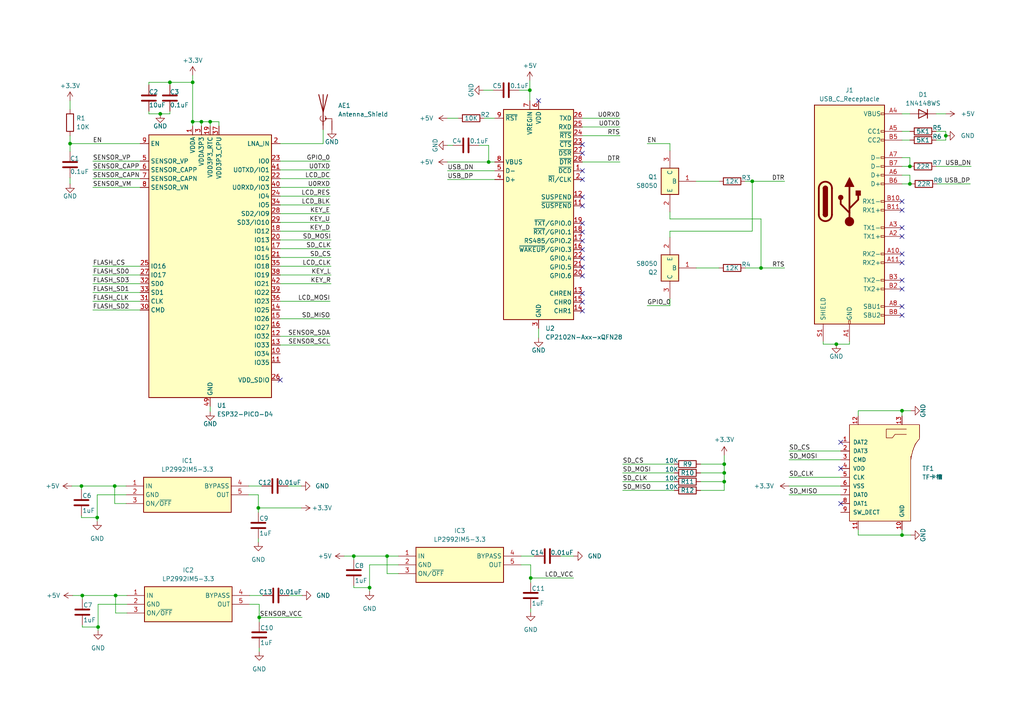
<source format=kicad_sch>
(kicad_sch (version 20230121) (generator eeschema)
  (paper "A4")
  (lib_symbols
    (symbol "Connector:USB_C_Receptacle" (pin_names (offset 1.016))
      (property "Reference" "J" (at -10.16 29.21 0))
      (property "Value" "USB_C_Receptacle" (at 10.16 29.21 0))
      (symbol "USB_C_Receptacle_0_0"
        (rectangle (start -0.254 -35.56) (end 0.254 -34.544))
        (rectangle (start 10.16 -32.766) (end 9.144 -33.274))
        (rectangle (start 10.16 -30.226) (end 9.144 -30.734))
        (rectangle (start 10.16 -25.146) (end 9.144 -25.654))
        (rectangle (start 10.16 -22.606) (end 9.144 -23.114))
        (rectangle (start 10.16 -17.526) (end 9.144 -18.034))
        (rectangle (start 10.16 -14.986) (end 9.144 -15.494))
        (rectangle (start 10.16 -9.906) (end 9.144 -10.414))
        (rectangle (start 10.16 -7.366) (end 9.144 -7.874))
        (rectangle (start 10.16 -2.286) (end 9.144 -2.794))
        (rectangle (start 10.16 0.254) (end 9.144 -0.254))
        (rectangle (start 10.16 5.334) (end 9.144 4.826))
        (rectangle (start 10.16 7.874) (end 9.144 7.366))
        (rectangle (start 10.16 10.414) (end 9.144 9.906))
        (rectangle (start 10.16 12.954) (end 9.144 12.446))
        (rectangle (start 10.16 18.034) (end 9.144 17.526))
        (rectangle (start 10.16 20.574) (end 9.144 20.066))
        (rectangle (start 10.16 25.654) (end 9.144 25.146))
      )
      (symbol "USB_C_Receptacle_0_1"
        (rectangle (start -10.16 27.94) (end 10.16 -35.56) (stroke (width 0.254)) (fill (type background)))
        (arc (start -8.89 -3.81) (mid -6.985 -5.7067) (end -5.08 -3.81) (stroke (width 0.508)))
        (arc (start -7.62 -3.81) (mid -6.985 -4.4423) (end -6.35 -3.81) (stroke (width 0.254)))
        (arc (start -7.62 -3.81) (mid -6.985 -4.4423) (end -6.35 -3.81) (stroke (width 0.254)) (fill (type outline)))
        (rectangle (start -7.62 -3.81) (end -6.35 3.81) (stroke (width 0.254)) (fill (type outline)))
        (arc (start -6.35 3.81) (mid -6.985 4.4423) (end -7.62 3.81) (stroke (width 0.254)))
        (arc (start -6.35 3.81) (mid -6.985 4.4423) (end -7.62 3.81) (stroke (width 0.254)) (fill (type outline)))
        (arc (start -5.08 3.81) (mid -6.985 5.7067) (end -8.89 3.81) (stroke (width 0.508)))
        (polyline (pts (xy -8.89 -3.81) (xy -8.89 3.81)) (stroke (width 0.508)))
        (polyline (pts (xy -5.08 3.81) (xy -5.08 -3.81)) (stroke (width 0.508)))
      )
      (symbol "USB_C_Receptacle_1_1"
        (circle (center -2.54 1.143) (radius 0.635) (stroke (width 0.254)) (fill (type outline)))
        (circle (center 0 -5.842) (radius 1.27) (fill (type outline)))
        (polyline (pts (xy 0 -5.842) (xy 0 4.318)) (stroke (width 0.508)))
        (polyline (pts (xy 0 -3.302) (xy -2.54 -0.762) (xy -2.54 0.508)) (stroke (width 0.508)))
        (polyline (pts (xy 0 -2.032) (xy 2.54 0.508) (xy 2.54 1.778)) (stroke (width 0.508)))
        (polyline (pts (xy -1.27 4.318) (xy 0 6.858) (xy 1.27 4.318) (xy -1.27 4.318)) (stroke (width 0.254)) (fill (type outline)))
        (rectangle (start 1.905 1.778) (end 3.175 3.048) (stroke (width 0.254)) (fill (type outline)))
        (pin passive line (at 0 -40.64 90) (length 5.08) (name "GND") (number "A1"))
        (pin bidirectional line (at 15.24 -15.24 180) (length 5.08) (name "RX2-") (number "A10"))
        (pin bidirectional line (at 15.24 -17.78 180) (length 5.08) (name "RX2+") (number "A11"))
        (pin passive line (at 0 -40.64 90) (length 5.08) hide (name "GND") (number "A12"))
        (pin bidirectional line (at 15.24 -10.16 180) (length 5.08) (name "TX1+") (number "A2"))
        (pin bidirectional line (at 15.24 -7.62 180) (length 5.08) (name "TX1-") (number "A3"))
        (pin passive line (at 15.24 25.4 180) (length 5.08) (name "VBUS") (number "A4"))
        (pin bidirectional line (at 15.24 20.32 180) (length 5.08) (name "CC1") (number "A5"))
        (pin bidirectional line (at 15.24 7.62 180) (length 5.08) (name "D+") (number "A6"))
        (pin bidirectional line (at 15.24 12.7 180) (length 5.08) (name "D-") (number "A7"))
        (pin bidirectional line (at 15.24 -30.48 180) (length 5.08) (name "SBU1") (number "A8"))
        (pin passive line (at 15.24 25.4 180) (length 5.08) hide (name "VBUS") (number "A9"))
        (pin passive line (at 0 -40.64 90) (length 5.08) hide (name "GND") (number "B1"))
        (pin bidirectional line (at 15.24 0 180) (length 5.08) (name "RX1-") (number "B10"))
        (pin bidirectional line (at 15.24 -2.54 180) (length 5.08) (name "RX1+") (number "B11"))
        (pin passive line (at 0 -40.64 90) (length 5.08) hide (name "GND") (number "B12"))
        (pin bidirectional line (at 15.24 -25.4 180) (length 5.08) (name "TX2+") (number "B2"))
        (pin bidirectional line (at 15.24 -22.86 180) (length 5.08) (name "TX2-") (number "B3"))
        (pin passive line (at 15.24 25.4 180) (length 5.08) hide (name "VBUS") (number "B4"))
        (pin bidirectional line (at 15.24 17.78 180) (length 5.08) (name "CC2") (number "B5"))
        (pin bidirectional line (at 15.24 5.08 180) (length 5.08) (name "D+") (number "B6"))
        (pin bidirectional line (at 15.24 10.16 180) (length 5.08) (name "D-") (number "B7"))
        (pin bidirectional line (at 15.24 -33.02 180) (length 5.08) (name "SBU2") (number "B8"))
        (pin passive line (at 15.24 25.4 180) (length 5.08) hide (name "VBUS") (number "B9"))
        (pin passive line (at -7.62 -40.64 90) (length 5.08) (name "SHIELD") (number "S1"))
      )
    )
    (symbol "Device:Antenna_Shield" (pin_numbers hide) (pin_names (offset 1.016) hide)
      (property "Reference" "AE" (at -1.905 4.445 0))
      (property "Value" "Antenna_Shield" (at -1.905 2.54 0))
      (symbol "Antenna_Shield_0_1"
        (arc (start -0.508 -1.143) (mid -0.8429 -2.1194) (end 0 -2.667))
        (arc (start 0 -2.667) (mid 0.7989 -2.1052) (end 0.508 -1.143))
        (polyline (pts (xy 0 -2.54) (xy 0 0)))
        (polyline (pts (xy 0 5.08) (xy 0 -3.81)) (stroke (width 0.254)))
        (polyline (pts (xy 0.762 -1.905) (xy 2.54 -1.905)))
        (polyline (pts (xy 2.54 -2.54) (xy 2.54 -1.905)))
        (polyline (pts (xy 1.27 5.08) (xy 0 0) (xy -1.27 5.08)) (stroke (width 0.254)))
        (circle (center 0.762 -1.905) (radius 0.1778) (fill (type outline)))
      )
      (symbol "Antenna_Shield_1_1"
        (pin input line (at 0 -5.08 90) (length 2.54) (name "A") (number "1"))
        (pin input line (at 2.54 -5.08 90) (length 2.54) (name "Shield") (number "2"))
      )
    )
    (symbol "Device:C" (pin_numbers hide) (pin_names (offset 0.254))
      (property "Reference" "C" (at 0.635 2.54 0))
      (property "Value" "C" (at 0.635 -2.54 0))
      (symbol "C_0_1"
        (polyline (pts (xy -2.032 -0.762) (xy 2.032 -0.762)) (stroke (width 0.508)))
        (polyline (pts (xy -2.032 0.762) (xy 2.032 0.762)) (stroke (width 0.508)))
      )
      (symbol "C_1_1"
        (pin passive line (at 0 3.81 270) (length 2.794) (name "~") (number "1"))
        (pin passive line (at 0 -3.81 90) (length 2.794) (name "~") (number "2"))
      )
    )
    (symbol "Device:R" (pin_numbers hide) (pin_names (offset 0))
      (property "Reference" "R" (at 2.032 0 90))
      (property "Value" "R" (at 0 0 90))
      (symbol "R_0_1"
        (rectangle (start -1.016 -2.54) (end 1.016 2.54) (stroke (width 0.254)))
      )
      (symbol "R_1_1"
        (pin passive line (at 0 3.81 270) (length 1.27) (name "~") (number "1"))
        (pin passive line (at 0 -3.81 90) (length 1.27) (name "~") (number "2"))
      )
    )
    (symbol "Diode:1N4148WS" (pin_numbers hide) (pin_names hide)
      (property "Reference" "D" (at 0 2.54 0))
      (property "Value" "1N4148WS" (at 0 -2.54 0))
      (symbol "1N4148WS_0_1"
        (polyline (pts (xy -1.27 1.27) (xy -1.27 -1.27)) (stroke (width 0.254)))
        (polyline (pts (xy 1.27 0) (xy -1.27 0)))
        (polyline (pts (xy 1.27 1.27) (xy 1.27 -1.27) (xy -1.27 0) (xy 1.27 1.27)) (stroke (width 0.254)))
      )
      (symbol "1N4148WS_1_1"
        (pin passive line (at -3.81 0 0) (length 2.54) (name "K") (number "1"))
        (pin passive line (at 3.81 0 180) (length 2.54) (name "A") (number "2"))
      )
    )
    (symbol "Interface_USB:CP2102N-Axx-xQFN28"
      (property "Reference" "U" (at -8.89 31.75 0))
      (property "Value" "CP2102N-Axx-xQFN28" (at 12.7 31.75 0))
      (symbol "CP2102N-Axx-xQFN28_0_1"
        (rectangle (start -10.16 30.48) (end 10.16 -30.48) (stroke (width 0.254)) (fill (type background)))
      )
      (symbol "CP2102N-Axx-xQFN28_1_1"
        (pin input line (at 12.7 12.7 180) (length 2.54) (name "~{DCD}") (number "1"))
        (pin no_connect line (at -10.16 -27.94 0) (length 2.54) hide (name "NC") (number "10"))
        (pin output line (at 12.7 2.54 180) (length 2.54) (name "~{SUSPEND}") (number "11"))
        (pin output line (at 12.7 5.08 180) (length 2.54) (name "SUSPEND") (number "12"))
        (pin output line (at 12.7 -22.86 180) (length 2.54) (name "CHREN") (number "13"))
        (pin output line (at 12.7 -27.94 180) (length 2.54) (name "CHR1") (number "14"))
        (pin output line (at 12.7 -25.4 180) (length 2.54) (name "CHR0") (number "15"))
        (pin bidirectional line (at 12.7 -10.16 180) (length 2.54) (name "~{WAKEUP}/GPIO.3") (number "16"))
        (pin bidirectional line (at 12.7 -7.62 180) (length 2.54) (name "RS485/GPIO.2") (number "17"))
        (pin bidirectional line (at 12.7 -5.08 180) (length 2.54) (name "~{RXT}/GPIO.1") (number "18"))
        (pin bidirectional line (at 12.7 -2.54 180) (length 2.54) (name "~{TXT}/GPIO.0") (number "19"))
        (pin bidirectional line (at 12.7 10.16 180) (length 2.54) (name "~{RI}/CLK") (number "2"))
        (pin bidirectional line (at 12.7 -17.78 180) (length 2.54) (name "GPIO.6") (number "20"))
        (pin bidirectional line (at 12.7 -15.24 180) (length 2.54) (name "GPIO.5") (number "21"))
        (pin bidirectional line (at 12.7 -12.7 180) (length 2.54) (name "GPIO.4") (number "22"))
        (pin input line (at 12.7 20.32 180) (length 2.54) (name "~{CTS}") (number "23"))
        (pin output line (at 12.7 22.86 180) (length 2.54) (name "~{RTS}") (number "24"))
        (pin input line (at 12.7 25.4 180) (length 2.54) (name "RXD") (number "25"))
        (pin output line (at 12.7 27.94 180) (length 2.54) (name "TXD") (number "26"))
        (pin input line (at 12.7 17.78 180) (length 2.54) (name "~{DSR}") (number "27"))
        (pin output line (at 12.7 15.24 180) (length 2.54) (name "~{DTR}") (number "28"))
        (pin passive line (at 0 -33.02 90) (length 2.54) hide (name "GND") (number "29"))
        (pin power_in line (at 0 -33.02 90) (length 2.54) (name "GND") (number "3"))
        (pin bidirectional line (at -12.7 10.16 0) (length 2.54) (name "D+") (number "4"))
        (pin bidirectional line (at -12.7 12.7 0) (length 2.54) (name "D-") (number "5"))
        (pin power_in line (at 0 33.02 270) (length 2.54) (name "VDD") (number "6"))
        (pin power_in line (at -2.54 33.02 270) (length 2.54) (name "VREGIN") (number "7"))
        (pin input line (at -12.7 15.24 0) (length 2.54) (name "VBUS") (number "8"))
        (pin input line (at -12.7 27.94 0) (length 2.54) (name "~{RST}") (number "9"))
      )
    )
    (symbol "RF_Module:ESP32-PICO-D4"
      (property "Reference" "U" (at -17.78 39.37 0))
      (property "Value" "ESP32-PICO-D4" (at 3.81 39.37 0))
      (symbol "ESP32-PICO-D4_0_0"
        (pin power_in line (at -5.08 40.64 270) (length 2.54) (name "VDDA") (number "1"))
        (pin input line (at 20.32 -25.4 180) (length 2.54) (name "IO34") (number "10"))
        (pin input line (at 20.32 -27.94 180) (length 2.54) (name "IO35") (number "11"))
        (pin bidirectional line (at 20.32 -20.32 180) (length 2.54) (name "IO32") (number "12"))
        (pin bidirectional line (at 20.32 -22.86 180) (length 2.54) (name "IO33") (number "13"))
        (pin bidirectional line (at 20.32 -12.7 180) (length 2.54) (name "IO25") (number "14"))
        (pin bidirectional line (at 20.32 -15.24 180) (length 2.54) (name "IO26") (number "15"))
        (pin bidirectional line (at 20.32 -17.78 180) (length 2.54) (name "IO27") (number "16"))
        (pin bidirectional line (at 20.32 5.08 180) (length 2.54) (name "IO14") (number "17"))
        (pin bidirectional line (at 20.32 10.16 180) (length 2.54) (name "IO12") (number "18"))
        (pin power_in line (at 0 40.64 270) (length 2.54) (name "VDD3P3_RTC") (number "19"))
        (pin bidirectional line (at 20.32 35.56 180) (length 2.54) (name "LNA_IN") (number "2"))
        (pin bidirectional line (at 20.32 7.62 180) (length 2.54) (name "IO13") (number "20"))
        (pin bidirectional line (at 20.32 2.54 180) (length 2.54) (name "IO15") (number "21"))
        (pin bidirectional line (at 20.32 25.4 180) (length 2.54) (name "IO2") (number "22"))
        (pin bidirectional line (at 20.32 30.48 180) (length 2.54) (name "IO0") (number "23"))
        (pin bidirectional line (at 20.32 20.32 180) (length 2.54) (name "IO4") (number "24"))
        (pin bidirectional line (at -20.32 0 0) (length 2.54) (name "IO16") (number "25"))
        (pin power_out line (at 20.32 -33.02 180) (length 2.54) (name "VDD_SDIO") (number "26"))
        (pin bidirectional line (at -20.32 -2.54 0) (length 2.54) (name "IO17") (number "27"))
        (pin bidirectional line (at 20.32 15.24 180) (length 2.54) (name "SD2/IO9") (number "28"))
        (pin bidirectional line (at 20.32 12.7 180) (length 2.54) (name "SD3/IO10") (number "29"))
        (pin power_in line (at -2.54 40.64 270) (length 2.54) (name "VDDA3P3") (number "3"))
        (pin bidirectional line (at -20.32 -12.7 0) (length 2.54) (name "CMD") (number "30"))
        (pin bidirectional line (at -20.32 -10.16 0) (length 2.54) (name "CLK") (number "31"))
        (pin bidirectional line (at -20.32 -5.08 0) (length 2.54) (name "SD0") (number "32"))
        (pin bidirectional line (at -20.32 -7.62 0) (length 2.54) (name "SD1") (number "33"))
        (pin bidirectional line (at 20.32 17.78 180) (length 2.54) (name "IO5") (number "34"))
        (pin bidirectional line (at 20.32 0 180) (length 2.54) (name "IO18") (number "35"))
        (pin bidirectional line (at 20.32 -10.16 180) (length 2.54) (name "IO23") (number "36"))
        (pin power_in line (at 2.54 40.64 270) (length 2.54) (name "VDD3P3_CPU") (number "37"))
        (pin bidirectional line (at 20.32 -2.54 180) (length 2.54) (name "IO19") (number "38"))
        (pin bidirectional line (at 20.32 -7.62 180) (length 2.54) (name "IO22") (number "39"))
        (pin passive line (at -2.54 40.64 270) (length 2.54) hide (name "VDDA3P3") (number "4"))
        (pin bidirectional line (at 20.32 22.86 180) (length 2.54) (name "U0RXD/IO3") (number "40"))
        (pin bidirectional line (at 20.32 27.94 180) (length 2.54) (name "U0TXD/IO1") (number "41"))
        (pin bidirectional line (at 20.32 -5.08 180) (length 2.54) (name "IO21") (number "42"))
        (pin passive line (at -5.08 40.64 270) (length 2.54) hide (name "VDDA") (number "43"))
        (pin no_connect line (at -17.78 -25.4 0) (length 2.54) hide (name "XTAL_N_NC") (number "44"))
        (pin no_connect line (at -17.78 -27.94 0) (length 2.54) hide (name "XTAL_P_NC") (number "45"))
        (pin passive line (at -5.08 40.64 270) (length 2.54) hide (name "VDDA") (number "46"))
        (pin no_connect line (at -17.78 -30.48 0) (length 2.54) hide (name "CAP2_NC") (number "47"))
        (pin no_connect line (at -17.78 -33.02 0) (length 2.54) hide (name "CAP1_NC") (number "48"))
        (pin power_in line (at 0 -40.64 90) (length 2.54) (name "GND") (number "49"))
        (pin input line (at -20.32 30.48 0) (length 2.54) (name "SENSOR_VP") (number "5"))
        (pin input line (at -20.32 27.94 0) (length 2.54) (name "SENSOR_CAPP") (number "6"))
        (pin input line (at -20.32 25.4 0) (length 2.54) (name "SENSOR_CAPN") (number "7"))
        (pin input line (at -20.32 22.86 0) (length 2.54) (name "SENSOR_VN") (number "8"))
        (pin input line (at -20.32 35.56 0) (length 2.54) (name "EN") (number "9"))
      )
      (symbol "ESP32-PICO-D4_0_1"
        (rectangle (start -17.78 38.1) (end 17.78 -38.1) (stroke (width 0.254)) (fill (type background)))
      )
    )
    (symbol "SamacSys_Parts:LP2992IM5-3.3"
      (property "Reference" "IC" (at 31.75 7.62 0))
      (property "Value" "LP2992IM5-3.3" (at 31.75 5.08 0))
      (symbol "LP2992IM5-3.3_1_1"
        (rectangle (start 5.08 2.54) (end 30.48 -7.62) (stroke (width 0.254)) (fill (type background)))
        (pin passive line (at 0 0 0) (length 5.08) (name "IN") (number "1"))
        (pin passive line (at 0 -2.54 0) (length 5.08) (name "GND") (number "2"))
        (pin passive line (at 0 -5.08 0) (length 5.08) (name "ON/~{OFF}") (number "3"))
        (pin passive line (at 35.56 0 180) (length 5.08) (name "BYPASS") (number "4"))
        (pin passive line (at 35.56 -2.54 180) (length 5.08) (name "OUT") (number "5"))
      )
    )
    (symbol "SamacSys_Parts:S8050"
      (property "Reference" "Q" (at 16.51 7.62 0))
      (property "Value" "S8050" (at 16.51 5.08 0))
      (symbol "S8050_1_1"
        (rectangle (start 5.08 1.27) (end 12.7 -3.81) (stroke (width 0.254)) (fill (type background)))
        (pin passive line (at 8.89 -8.89 90) (length 5.08) (name "B") (number "1"))
        (pin passive line (at 0 -1.27 0) (length 5.08) (name "E") (number "2"))
        (pin passive line (at 17.78 -1.27 180) (length 5.08) (name "C") (number "3"))
      )
    )
    (symbol "kicad_lceda:TF卡槽" (pin_names (offset 1.016))
      (property "Reference" "TF" (at 0 13.97 0))
      (property "Value" "TF卡槽" (at 0 19.05 0))
      (symbol "TF卡槽_1_1"
        (bezier (pts (xy -9.906 11.43) (xy -7.366 8.89) (xy -2.286 8.89) (xy -4.826 8.89)) (stroke (width 0.1524)))
        (polyline (pts (xy -12.7 7.62) (xy -12.7 1.778) (xy -12.7 1.778) (xy -10.16 1.778) (xy -10.16 1.778) (xy -10.16 3.556) (xy -10.16 3.556) (xy -11.176 4.318) (xy -11.176 4.318) (xy -11.176 7.62)) (stroke (width 0.1524)))
        (polyline (pts (xy -10.16 11.43) (xy -13.97 11.43) (xy -13.97 11.43) (xy -13.97 -8.89) (xy -13.97 -8.89) (xy 13.97 -8.89) (xy 13.97 -8.89) (xy 13.97 8.89) (xy 13.97 8.89) (xy -4.064 8.89)) (stroke (width 0.1524)))
        (polyline (pts (xy -11.43 -8.89) (xy 13.97 -8.89) (xy 13.97 -8.89) (xy 13.97 8.89) (xy 13.97 8.89) (xy -3.556 8.89) (xy -3.556 8.89) (xy -6.35 9.398) (xy -6.35 9.398) (xy -8.382 10.16) (xy -8.382 10.16) (xy -9.906 11.43) (xy -9.906 11.43) (xy -13.97 11.43) (xy -13.97 11.43) (xy -13.97 -8.89) (xy -11.43 -8.89)) (stroke (width 0.0762)) (fill (type background)))
        (pin input line (at -8.89 -11.43 90) (length 2.54) (name "DAT2") (number "1"))
        (pin input line (at 16.51 6.35 180) (length 2.54) (name "GND") (number "10"))
        (pin input line (at 16.51 -6.35 180) (length 2.54) (name "~") (number "11"))
        (pin input line (at -16.51 -6.35 0) (length 2.54) (name "~") (number "12"))
        (pin input line (at -16.51 6.35 0) (length 2.54) (name "~") (number "13"))
        (pin input line (at -6.35 -11.43 90) (length 2.54) (name "DAT3") (number "2"))
        (pin input line (at -3.81 -11.43 90) (length 2.54) (name "CMD") (number "3"))
        (pin input line (at -1.27 -11.43 90) (length 2.54) (name "VDD") (number "4"))
        (pin input line (at 1.27 -11.43 90) (length 2.54) (name "CLK") (number "5"))
        (pin input line (at 3.81 -11.43 90) (length 2.54) (name "VSS") (number "6"))
        (pin input line (at 6.35 -11.43 90) (length 2.54) (name "DAT0") (number "7"))
        (pin input line (at 8.89 -11.43 90) (length 2.54) (name "DAT1") (number "8"))
        (pin input line (at 11.43 -11.43 90) (length 2.54) (name "SW_DECT") (number "9"))
      )
    )
    (symbol "power:+3.3V" (power) (pin_names (offset 0))
      (property "Value" "+3.3V" (at 0 3.556 0))
      (symbol "+3.3V_0_1"
        (polyline (pts (xy -0.762 1.27) (xy 0 2.54)))
        (polyline (pts (xy 0 0) (xy 0 2.54)))
        (polyline (pts (xy 0 2.54) (xy 0.762 1.27)))
      )
      (symbol "+3.3V_1_1"
        (pin power_in line (at 0 0 90) (length 0) hide (name "+3.3V") (number "1"))
      )
    )
    (symbol "power:+5V" (power) (pin_names (offset 0))
      (property "Value" "+5V" (at 0 3.556 0))
      (symbol "+5V_0_1"
        (polyline (pts (xy -0.762 1.27) (xy 0 2.54)))
        (polyline (pts (xy 0 0) (xy 0 2.54)))
        (polyline (pts (xy 0 2.54) (xy 0.762 1.27)))
      )
      (symbol "+5V_1_1"
        (pin power_in line (at 0 0 90) (length 0) hide (name "+5V") (number "1"))
      )
    )
    (symbol "power:GND" (power) (pin_names (offset 0))
      (property "Value" "GND" (at 0 -3.81 0))
      (symbol "GND_0_1"
        (polyline (pts (xy 0 0) (xy 0 -1.27) (xy 1.27 -1.27) (xy 0 -2.54) (xy -1.27 -1.27) (xy 0 -1.27)))
      )
      (symbol "GND_1_1"
        (pin power_in line (at 0 0 270) (length 0) hide (name "GND") (number "1"))
      )
    )
  )
  (junction (at 46.482 33.02))
  (junction (at 263.906 53.34))
  (junction (at 263.906 48.26))
  (junction (at 23.622 140.97))
  (junction (at 261.62 119.126))
  (junction (at 33.274 140.97))
  (junction (at 75.184 179.07))
  (junction (at 210.058 134.62))
  (junction (at 141.732 46.99))
  (junction (at 112.268 161.29))
  (junction (at 218.186 52.578))
  (junction (at 28.448 181.864))
  (junction (at 210.058 139.7))
  (junction (at 60.96 35.306))
  (junction (at 274.32 39.37))
  (junction (at 33.528 172.72))
  (junction (at 102.616 161.29))
  (junction (at 74.93 147.32))
  (junction (at 153.924 167.64))
  (junction (at 153.67 26.162))
  (junction (at 23.876 172.72))
  (junction (at 58.42 35.306))
  (junction (at 107.188 170.434))
  (junction (at 210.058 137.16))
  (junction (at 220.726 77.724))
  (junction (at 261.62 155.194))
  (junction (at 55.88 23.876))
  (junction (at 55.88 35.306))
  (junction (at 28.194 150.114))
  (junction (at 242.57 99.822))
  (junction (at 20.32 41.656))
  (junction (at 49.276 23.876))
  (no_connect (at 168.91 90.17))
  (no_connect (at 261.62 58.42))
  (no_connect (at 168.91 52.07))
  (no_connect (at 168.91 69.85))
  (no_connect (at 168.91 41.91))
  (no_connect (at 261.62 60.96))
  (no_connect (at 261.62 81.28))
  (no_connect (at 168.91 80.01))
  (no_connect (at 168.91 59.69))
  (no_connect (at 261.62 83.82))
  (no_connect (at 261.62 91.44))
  (no_connect (at 261.62 68.58))
  (no_connect (at 168.91 64.77))
  (no_connect (at 168.91 77.47))
  (no_connect (at 168.91 74.93))
  (no_connect (at 168.91 72.39))
  (no_connect (at 168.91 57.15))
  (no_connect (at 261.62 88.9))
  (no_connect (at 168.91 85.09))
  (no_connect (at 261.62 73.66))
  (no_connect (at 261.62 76.2))
  (no_connect (at 168.91 67.31))
  (no_connect (at 261.62 66.04))
  (no_connect (at 243.84 146.05))
  (no_connect (at 81.28 110.236))
  (no_connect (at 168.91 87.63))
  (no_connect (at 168.91 44.45))
  (no_connect (at 243.84 135.89))
  (no_connect (at 168.91 49.53))
  (no_connect (at 156.21 29.21))
  (no_connect (at 243.84 128.27))
  (wire (pts (xy 87.63 172.72) (xy 83.82 172.72)))
  (wire (pts (xy 220.726 63.5) (xy 220.726 77.724)))
  (wire (pts (xy 36.576 146.05) (xy 33.274 146.05)))
  (wire (pts (xy 107.188 170.434) (xy 107.188 171.45)))
  (wire (pts (xy 261.62 45.72) (xy 263.906 45.72)))
  (wire (pts (xy 43.18 33.02) (xy 46.482 33.02)))
  (wire (pts (xy 81.28 74.676) (xy 96.012 74.676)))
  (wire (pts (xy 153.67 26.162) (xy 153.67 29.21)))
  (wire (pts (xy 26.924 77.216) (xy 40.64 77.216)))
  (wire (pts (xy 194.31 63.5) (xy 220.726 63.5)))
  (wire (pts (xy 261.62 155.194) (xy 261.62 153.67)))
  (wire (pts (xy 33.528 172.72) (xy 36.83 172.72)))
  (wire (pts (xy 23.876 172.72) (xy 33.528 172.72)))
  (wire (pts (xy 49.276 33.02) (xy 46.482 33.02)))
  (wire (pts (xy 20.32 41.656) (xy 20.32 43.942)))
  (wire (pts (xy 274.32 33.02) (xy 271.526 33.02)))
  (wire (pts (xy 81.28 51.816) (xy 95.758 51.816)))
  (wire (pts (xy 263.906 38.1) (xy 261.62 38.1)))
  (wire (pts (xy 264.16 119.126) (xy 261.62 119.126)))
  (wire (pts (xy 81.28 82.296) (xy 96.012 82.296)))
  (wire (pts (xy 194.31 68.834) (xy 194.31 67.056)))
  (wire (pts (xy 23.622 150.114) (xy 28.194 150.114)))
  (wire (pts (xy 263.906 33.02) (xy 261.62 33.02)))
  (wire (pts (xy 271.78 53.34) (xy 281.432 53.34)))
  (wire (pts (xy 151.13 163.83) (xy 153.924 163.83)))
  (wire (pts (xy 26.924 54.356) (xy 40.64 54.356)))
  (wire (pts (xy 28.194 143.51) (xy 28.194 150.114)))
  (wire (pts (xy 26.924 79.756) (xy 40.64 79.756)))
  (wire (pts (xy 228.854 138.43) (xy 243.84 138.43)))
  (wire (pts (xy 81.28 54.356) (xy 95.758 54.356)))
  (wire (pts (xy 75.184 175.26) (xy 75.184 179.07)))
  (wire (pts (xy 228.854 143.51) (xy 243.84 143.51)))
  (wire (pts (xy 58.42 35.306) (xy 55.88 35.306)))
  (wire (pts (xy 95.758 59.436) (xy 81.28 59.436)))
  (wire (pts (xy 180.594 134.62) (xy 195.58 134.62)))
  (wire (pts (xy 81.28 72.136) (xy 96.012 72.136)))
  (wire (pts (xy 203.2 142.24) (xy 210.058 142.24)))
  (wire (pts (xy 210.058 142.24) (xy 210.058 139.7)))
  (wire (pts (xy 55.88 35.306) (xy 55.88 36.576)))
  (wire (pts (xy 74.93 147.32) (xy 74.93 148.59)))
  (wire (pts (xy 179.832 39.37) (xy 168.91 39.37)))
  (wire (pts (xy 63.5 35.306) (xy 60.96 35.306)))
  (wire (pts (xy 180.594 139.7) (xy 195.58 139.7)))
  (wire (pts (xy 218.186 67.056) (xy 218.186 52.578)))
  (wire (pts (xy 210.058 139.7) (xy 210.058 137.16)))
  (wire (pts (xy 20.32 41.656) (xy 40.64 41.656)))
  (wire (pts (xy 201.93 77.724) (xy 208.534 77.724)))
  (wire (pts (xy 74.93 143.51) (xy 74.93 147.32)))
  (wire (pts (xy 248.92 119.126) (xy 248.92 120.65)))
  (wire (pts (xy 26.924 84.836) (xy 40.64 84.836)))
  (wire (pts (xy 271.526 38.1) (xy 274.32 38.1)))
  (wire (pts (xy 228.854 130.81) (xy 243.84 130.81)))
  (wire (pts (xy 201.93 52.578) (xy 208.534 52.578)))
  (wire (pts (xy 112.268 166.37) (xy 112.268 161.29)))
  (wire (pts (xy 153.67 23.368) (xy 153.67 26.162)))
  (wire (pts (xy 23.622 149.606) (xy 23.622 150.114)))
  (wire (pts (xy 187.706 41.656) (xy 194.31 41.656)))
  (wire (pts (xy 49.276 32.258) (xy 49.276 33.02)))
  (wire (pts (xy 81.28 64.516) (xy 95.758 64.516)))
  (wire (pts (xy 36.83 177.8) (xy 33.528 177.8)))
  (wire (pts (xy 203.2 139.7) (xy 210.058 139.7)))
  (wire (pts (xy 20.32 53.34) (xy 20.32 51.562)))
  (wire (pts (xy 75.184 179.07) (xy 87.63 179.07)))
  (wire (pts (xy 153.924 167.64) (xy 153.924 168.91)))
  (wire (pts (xy 129.794 42.164) (xy 131.318 42.164)))
  (wire (pts (xy 26.924 46.736) (xy 40.64 46.736)))
  (wire (pts (xy 129.794 52.07) (xy 143.51 52.07)))
  (wire (pts (xy 107.188 163.83) (xy 107.188 170.434)))
  (wire (pts (xy 153.924 163.83) (xy 153.924 167.64)))
  (wire (pts (xy 99.822 161.29) (xy 102.616 161.29)))
  (wire (pts (xy 102.616 162.306) (xy 102.616 161.29)))
  (wire (pts (xy 246.38 99.06) (xy 246.38 99.822)))
  (wire (pts (xy 81.28 67.056) (xy 95.758 67.056)))
  (wire (pts (xy 263.906 45.72) (xy 263.906 48.26)))
  (wire (pts (xy 23.622 140.97) (xy 33.274 140.97)))
  (wire (pts (xy 187.706 88.646) (xy 194.31 88.646)))
  (wire (pts (xy 238.76 99.822) (xy 242.57 99.822)))
  (wire (pts (xy 95.758 97.536) (xy 81.28 97.536)))
  (wire (pts (xy 63.5 36.576) (xy 63.5 35.306)))
  (wire (pts (xy 23.876 181.356) (xy 23.876 181.864)))
  (wire (pts (xy 26.924 82.296) (xy 40.64 82.296)))
  (wire (pts (xy 95.758 87.376) (xy 81.28 87.376)))
  (wire (pts (xy 218.186 52.578) (xy 227.584 52.578)))
  (wire (pts (xy 75.946 140.97) (xy 72.136 140.97)))
  (wire (pts (xy 263.906 48.26) (xy 261.62 48.26)))
  (wire (pts (xy 180.594 137.16) (xy 195.58 137.16)))
  (wire (pts (xy 60.96 35.306) (xy 60.96 36.576)))
  (wire (pts (xy 23.876 173.736) (xy 23.876 172.72)))
  (wire (pts (xy 210.058 134.62) (xy 210.058 132.08)))
  (wire (pts (xy 55.88 23.876) (xy 55.88 35.306)))
  (wire (pts (xy 55.88 21.844) (xy 55.88 23.876)))
  (wire (pts (xy 115.57 163.83) (xy 107.188 163.83)))
  (wire (pts (xy 21.082 172.72) (xy 23.876 172.72)))
  (wire (pts (xy 263.906 40.64) (xy 261.62 40.64)))
  (wire (pts (xy 81.28 79.756) (xy 96.012 79.756)))
  (wire (pts (xy 154.94 161.29) (xy 151.13 161.29)))
  (wire (pts (xy 261.62 50.8) (xy 263.906 50.8)))
  (wire (pts (xy 75.184 188.976) (xy 75.184 187.96)))
  (wire (pts (xy 271.526 40.64) (xy 274.32 40.64)))
  (wire (pts (xy 140.462 34.29) (xy 143.51 34.29)))
  (wire (pts (xy 95.758 92.456) (xy 81.28 92.456)))
  (wire (pts (xy 248.92 153.67) (xy 248.92 155.194)))
  (wire (pts (xy 263.906 50.8) (xy 263.906 53.34)))
  (wire (pts (xy 180.594 142.24) (xy 195.58 142.24)))
  (wire (pts (xy 20.32 39.37) (xy 20.32 41.656)))
  (wire (pts (xy 58.42 36.576) (xy 58.42 35.306)))
  (wire (pts (xy 23.622 141.986) (xy 23.622 140.97)))
  (wire (pts (xy 210.058 137.16) (xy 210.058 134.62)))
  (wire (pts (xy 246.38 99.822) (xy 242.57 99.822)))
  (wire (pts (xy 23.876 181.864) (xy 28.448 181.864)))
  (wire (pts (xy 26.924 87.376) (xy 40.64 87.376)))
  (wire (pts (xy 33.274 140.97) (xy 36.576 140.97)))
  (wire (pts (xy 81.28 49.276) (xy 95.758 49.276)))
  (wire (pts (xy 150.622 26.162) (xy 153.67 26.162)))
  (wire (pts (xy 141.732 42.164) (xy 141.732 46.99)))
  (wire (pts (xy 261.62 119.126) (xy 248.92 119.126)))
  (wire (pts (xy 26.924 49.276) (xy 40.64 49.276)))
  (wire (pts (xy 129.794 34.29) (xy 132.842 34.29)))
  (wire (pts (xy 248.92 155.194) (xy 261.62 155.194)))
  (wire (pts (xy 74.93 157.226) (xy 74.93 156.21)))
  (wire (pts (xy 81.28 69.596) (xy 96.012 69.596)))
  (wire (pts (xy 179.832 46.99) (xy 168.91 46.99)))
  (wire (pts (xy 95.758 56.896) (xy 81.28 56.896)))
  (wire (pts (xy 49.276 23.876) (xy 55.88 23.876)))
  (wire (pts (xy 216.154 52.578) (xy 218.186 52.578)))
  (wire (pts (xy 87.376 140.97) (xy 83.566 140.97)))
  (wire (pts (xy 93.726 37.592) (xy 93.726 41.656)))
  (wire (pts (xy 102.616 161.29) (xy 112.268 161.29)))
  (wire (pts (xy 33.274 146.05) (xy 33.274 140.97)))
  (wire (pts (xy 60.96 119.38) (xy 60.96 117.856)))
  (wire (pts (xy 274.32 38.1) (xy 274.32 39.37)))
  (wire (pts (xy 153.924 167.64) (xy 166.37 167.64)))
  (wire (pts (xy 20.828 140.97) (xy 23.622 140.97)))
  (wire (pts (xy 75.184 179.07) (xy 75.184 180.34)))
  (wire (pts (xy 102.616 170.434) (xy 107.188 170.434)))
  (wire (pts (xy 203.2 137.16) (xy 210.058 137.16)))
  (wire (pts (xy 36.83 175.26) (xy 28.448 175.26)))
  (wire (pts (xy 102.616 169.926) (xy 102.616 170.434)))
  (wire (pts (xy 179.832 34.29) (xy 168.91 34.29)))
  (wire (pts (xy 28.194 150.114) (xy 28.194 151.13)))
  (wire (pts (xy 115.57 166.37) (xy 112.268 166.37)))
  (wire (pts (xy 166.37 161.29) (xy 162.56 161.29)))
  (wire (pts (xy 238.76 99.06) (xy 238.76 99.822)))
  (wire (pts (xy 274.32 40.64) (xy 274.32 39.37)))
  (wire (pts (xy 129.794 49.53) (xy 143.51 49.53)))
  (wire (pts (xy 26.924 89.916) (xy 40.64 89.916)))
  (wire (pts (xy 271.526 48.26) (xy 281.686 48.26)))
  (wire (pts (xy 129.794 46.99) (xy 141.732 46.99)))
  (wire (pts (xy 81.28 41.656) (xy 93.726 41.656)))
  (wire (pts (xy 228.854 140.97) (xy 243.84 140.97)))
  (wire (pts (xy 194.31 86.614) (xy 194.31 88.646)))
  (wire (pts (xy 203.2 134.62) (xy 210.058 134.62)))
  (wire (pts (xy 96.012 77.216) (xy 81.28 77.216)))
  (wire (pts (xy 43.18 23.876) (xy 49.276 23.876)))
  (wire (pts (xy 60.96 35.306) (xy 58.42 35.306)))
  (wire (pts (xy 156.21 98.044) (xy 156.21 95.25)))
  (wire (pts (xy 138.938 42.164) (xy 141.732 42.164)))
  (wire (pts (xy 141.732 46.99) (xy 143.51 46.99)))
  (wire (pts (xy 28.448 181.864) (xy 28.448 182.88)))
  (wire (pts (xy 220.726 77.724) (xy 227.584 77.724)))
  (wire (pts (xy 263.906 53.34) (xy 261.62 53.34)))
  (wire (pts (xy 81.28 46.736) (xy 95.758 46.736)))
  (wire (pts (xy 74.93 147.32) (xy 87.376 147.32)))
  (wire (pts (xy 33.528 177.8) (xy 33.528 172.72)))
  (wire (pts (xy 72.39 175.26) (xy 75.184 175.26)))
  (wire (pts (xy 28.448 175.26) (xy 28.448 181.864)))
  (wire (pts (xy 194.31 43.688) (xy 194.31 41.656)))
  (wire (pts (xy 179.832 36.83) (xy 168.91 36.83)))
  (wire (pts (xy 36.576 143.51) (xy 28.194 143.51)))
  (wire (pts (xy 43.18 24.638) (xy 43.18 23.876)))
  (wire (pts (xy 228.854 133.35) (xy 243.84 133.35)))
  (wire (pts (xy 95.758 100.076) (xy 81.28 100.076)))
  (wire (pts (xy 112.268 161.29) (xy 115.57 161.29)))
  (wire (pts (xy 72.136 143.51) (xy 74.93 143.51)))
  (wire (pts (xy 263.906 53.34) (xy 264.16 53.34)))
  (wire (pts (xy 153.924 177.546) (xy 153.924 176.53)))
  (wire (pts (xy 264.16 155.194) (xy 261.62 155.194)))
  (wire (pts (xy 194.31 67.056) (xy 218.186 67.056)))
  (wire (pts (xy 49.276 23.876) (xy 49.276 24.638)))
  (wire (pts (xy 194.31 61.468) (xy 194.31 63.5)))
  (wire (pts (xy 43.18 32.258) (xy 43.18 33.02)))
  (wire (pts (xy 26.924 51.816) (xy 40.64 51.816)))
  (wire (pts (xy 140.208 26.162) (xy 143.002 26.162)))
  (wire (pts (xy 216.154 77.724) (xy 220.726 77.724)))
  (wire (pts (xy 81.28 61.976) (xy 95.758 61.976)))
  (wire (pts (xy 76.2 172.72) (xy 72.39 172.72)))
  (wire (pts (xy 261.62 120.65) (xy 261.62 119.126)))
  (wire (pts (xy 20.32 29.21) (xy 20.32 31.75)))
  (label "GPIO_0" (at 95.758 46.736 180))
  (label "SENSOR_VM" (at 26.924 54.356 0))
  (label "USB_DN" (at 129.794 49.53 0))
  (label "EN" (at 26.924 41.656 0))
  (label "SD_CLK" (at 228.854 138.43 0))
  (label "KEY_D" (at 95.758 67.056 180))
  (label "SD_MOSI" (at 228.854 133.35 0))
  (label "SD_CLK" (at 180.594 139.7 0))
  (label "SENSOR_CAPN" (at 26.924 51.816 0))
  (label "SENSOR_VP" (at 26.924 46.736 0))
  (label "SD_MISO" (at 228.854 143.51 0))
  (label "GPIO_0" (at 187.706 88.646 0))
  (label "RTS" (at 227.584 77.724 180))
  (label "SD_CS" (at 228.854 130.81 0))
  (label "KEY_U" (at 95.758 64.516 180))
  (label "LCD_CLK" (at 96.012 77.216 180))
  (label "USB_DP" (at 281.432 53.34 180))
  (label "SENSOR_SCL" (at 95.758 100.076 180))
  (label "LCD_MOSI" (at 95.758 87.376 180))
  (label "KEY_E" (at 95.758 61.976 180))
  (label "DTR" (at 179.832 46.99 180))
  (label "FLASH_SD2" (at 26.924 89.916 0))
  (label "SD_MISO" (at 95.758 92.456 180))
  (label "FLASH_CLK" (at 26.924 87.376 0))
  (label "U0TXD" (at 179.832 36.83 180))
  (label "EN" (at 187.706 41.656 0))
  (label "SD_MISO" (at 180.594 142.24 0))
  (label "SENSOR_VCC" (at 87.63 179.07 180))
  (label "U0RXD" (at 95.758 54.356 180))
  (label "SD_CS" (at 96.012 74.676 180))
  (label "USB_DP" (at 129.794 52.07 0))
  (label "U0RXD" (at 179.832 34.29 180))
  (label "SD_CLK" (at 96.012 72.136 180))
  (label "FLASH_SD0" (at 26.924 79.756 0))
  (label "SENSOR_SDA" (at 95.758 97.536 180))
  (label "LCD_DC" (at 95.758 51.816 180))
  (label "FLASH_CS" (at 26.924 77.216 0))
  (label "LCD_BLK" (at 95.758 59.436 180))
  (label "KEY_R" (at 96.012 82.296 180))
  (label "FLASH_SD3" (at 26.924 82.296 0))
  (label "LCD_VCC" (at 166.37 167.64 180))
  (label "FLASH_SD1" (at 26.924 84.836 0))
  (label "SD_MOSI" (at 96.012 69.596 180))
  (label "USB_DN" (at 281.686 48.26 180))
  (label "SD_MOSI" (at 180.594 137.16 0))
  (label "RTS" (at 179.832 39.37 180))
  (label "SD_CS" (at 180.594 134.62 0))
  (label "KEY_L" (at 96.012 79.756 180))
  (label "U0TXD" (at 95.758 49.276 180))
  (label "DTR" (at 227.584 52.578 180))
  (label "LCD_RES" (at 95.758 56.896 180))
  (label "SENSOR_CAPP" (at 26.924 49.276 0))
  (symbol (lib_id "power:GND") (at 242.57 99.822 0) (unit 1)
    (property "Reference" "#PWR013" (effects hide))
    (property "Value" "GND" (at 242.57 103.378 0))
  )
  (symbol (lib_id "power:GND") (at 28.194 151.13 0) (unit 1)
    (property "Reference" "#PWR023" (effects hide))
    (property "Value" "GND" (at 28.194 156.21 0))
  )
  (symbol (lib_id "power:+5V") (at 129.794 46.99 90) (unit 1)
    (property "Reference" "#PWR09" (effects hide))
    (property "Value" "+5V" (at 125.73 46.99 90) (effects (justify left)))
  )
  (symbol (lib_id "SamacSys_Parts:LP2992IM5-3.3") (at 36.83 172.72 0) (unit 1)
    (property "Reference" "IC2" (at 54.61 165.354 0))
    (property "Value" "LP2992IM5-3.3" (at 54.61 167.894 0))
    (property "Footprint" "SOT95P280X145-5N" (effects hide))
    (property "Datasheet" "https://www.arrow.com/en/products/lp2992im5-3.3/texas-instruments" (effects hide))
    (property "Height" "1.45" (effects hide))
    (property "Manufacturer_Name" "Texas Instruments" (effects hide))
    (property "Manufacturer_Part_Number" "LP2992IM5-3.3" (effects hide))
    (property "Mouser Part Number" "926-LP2992IM5-33" (effects hide))
    (property "Mouser Price/Stock" "https://www.mouser.co.uk/ProductDetail/Texas-Instruments/LP2992IM5-33?qs=1FNqv8aZn1QY2f6tBFhcqg%3D%3D" (effects hide))
    (property "Arrow Part Number" "LP2992IM5-3.3" (effects hide))
    (property "Arrow Price/Stock" "https://www.arrow.com/en/products/lp2992im5-3.3/texas-instruments" (effects hide))
  )
  (symbol (lib_id "power:+3.3V") (at 20.32 29.21 0) (unit 1)
    (property "Reference" "#PWR01" (effects hide))
    (property "Value" "+3.3V" (at 20.32 24.892 0))
  )
  (symbol (lib_id "power:GND") (at 87.63 172.72 90) (unit 1)
    (property "Reference" "#PWR031" (effects hide))
    (property "Value" "GND" (at 91.694 172.72 90) (effects (justify right)))
  )
  (symbol (lib_id "Device:R") (at 267.716 38.1 90) (unit 1)
    (property "Reference" "R5" (at 271.78 37.084 90))
    (property "Value" "5K1" (at 267.716 38.1 90))
    (property "Footprint" "Resistor_SMD:R_0603_1608Metric" (effects hide))
  )
  (symbol (lib_id "power:+5V") (at 274.32 33.02 270) (unit 1)
    (property "Reference" "#PWR014" (effects hide))
    (property "Value" "+5V" (at 278.638 33.02 90) (effects (justify left)))
  )
  (symbol (lib_id "power:GND") (at 129.794 42.164 270) (unit 1)
    (property "Reference" "#PWR08" (effects hide))
    (property "Value" "GND" (at 126.238 42.164 0))
  )
  (symbol (lib_id "RF_Module:ESP32-PICO-D4") (at 60.96 77.216 0) (unit 1)
    (property "Reference" "U1" (at 62.9159 117.602 0) (effects (justify left)))
    (property "Value" "ESP32-PICO-D4" (at 62.9159 120.142 0) (effects (justify left)))
    (property "Footprint" "Package_DFN_QFN:QFN-48-1EP_7x7mm_P0.5mm_EP5.3x5.3mm" (effects hide))
    (property "Datasheet" "https://www.espressif.com/sites/default/files/documentation/esp32-pico-d4_datasheet_en.pdf" (effects hide))
  )
  (symbol (lib_id "Device:C") (at 153.924 172.72 0) (unit 1)
    (property "Reference" "C11" (at 154.178 170.688 0) (effects (justify left)))
    (property "Value" "1uF" (at 154.178 175.006 0) (effects (justify left)))
    (property "Footprint" "Capacitor_SMD:C_0603_1608Metric" (effects hide))
  )
  (symbol (lib_id "power:+3.3V") (at 210.058 132.08 0) (unit 1)
    (property "Reference" "#PWR016" (effects hide))
    (property "Value" "+3.3V" (at 210.058 127.508 0))
  )
  (symbol (lib_id "Device:C") (at 135.128 42.164 90) (unit 1)
    (property "Reference" "C4" (at 133.858 40.894 90) (effects (justify left)))
    (property "Value" "0.1uF" (at 141.732 40.894 90) (effects (justify left)))
    (property "Footprint" "Capacitor_SMD:C_0603_1608Metric" (effects hide))
  )
  (symbol (lib_id "power:+3.3V") (at 87.376 147.32 270) (unit 1)
    (property "Reference" "#PWR030" (effects hide))
    (property "Value" "+3.3V" (at 90.424 147.32 90) (effects (justify left)))
  )
  (symbol (lib_id "SamacSys_Parts:S8050") (at 193.04 68.834 90) (mirror x) (unit 1)
    (property "Reference" "Q2" (at 190.754 78.994 90) (effects (justify left)))
    (property "Value" "S8050" (at 190.754 76.454 90) (effects (justify left)))
    (property "Footprint" "SOT95P240X115-3N" (effects hide))
    (property "Datasheet" "https://datasheet.lcsc.com/szlcsc/Yenji-Elec-S8050_C139514.pdf" (effects hide))
    (property "Height" "1.15" (effects hide))
    (property "Manufacturer_Name" "Yenji Elec" (effects hide))
    (property "Manufacturer_Part_Number" "S8050" (effects hide))
  )
  (symbol (lib_id "power:GND") (at 264.16 119.126 90) (unit 1)
    (property "Reference" "#PWR018" (effects hide))
    (property "Value" "GND" (at 267.716 119.126 0))
  )
  (symbol (lib_id "power:+5V") (at 21.082 172.72 90) (unit 1)
    (property "Reference" "#PWR021" (effects hide))
    (property "Value" "+5V" (at 17.526 172.72 90) (effects (justify left)))
  )
  (symbol (lib_id "power:GND") (at 75.184 188.976 0) (unit 1)
    (property "Reference" "#PWR027" (effects hide))
    (property "Value" "GND" (at 75.184 194.056 0))
  )
  (symbol (lib_id "power:+5V") (at 129.794 34.29 90) (unit 1)
    (property "Reference" "#PWR07" (effects hide))
    (property "Value" "+5V" (at 125.73 34.29 90) (effects (justify left)))
  )
  (symbol (lib_id "Device:C") (at 146.812 26.162 90) (unit 1)
    (property "Reference" "C5" (at 145.542 24.892 90) (effects (justify left)))
    (property "Value" "0.1uF" (at 153.416 24.892 90) (effects (justify left)))
    (property "Footprint" "Capacitor_SMD:C_0603_1608Metric" (effects hide))
  )
  (symbol (lib_id "Device:R") (at 20.32 35.56 0) (unit 1)
    (property "Reference" "R1" (at 22.098 34.29 0) (effects (justify left)))
    (property "Value" "10K" (at 22.098 36.83 0) (effects (justify left)))
    (property "Footprint" "Resistor_SMD:R_0603_1608Metric" (effects hide))
  )
  (symbol (lib_id "power:GND") (at 153.924 177.546 0) (unit 1)
    (property "Reference" "#PWR028" (effects hide))
    (property "Value" "GND" (at 153.924 182.626 0))
  )
  (symbol (lib_id "power:GND") (at 60.96 119.38 0) (unit 1)
    (property "Reference" "#PWR05" (effects hide))
    (property "Value" "GND" (at 60.96 122.936 0))
  )
  (symbol (lib_id "power:+5V") (at 20.828 140.97 90) (unit 1)
    (property "Reference" "#PWR020" (effects hide))
    (property "Value" "+5V" (at 17.272 140.97 90) (effects (justify left)))
  )
  (symbol (lib_id "power:GND") (at 166.37 161.29 90) (unit 1)
    (property "Reference" "#PWR032" (effects hide))
    (property "Value" "GND" (at 170.434 161.29 90) (effects (justify right)))
  )
  (symbol (lib_id "Device:R") (at 199.39 139.7 90) (unit 1)
    (property "Reference" "R11" (at 199.39 139.7 90))
    (property "Value" "10K" (at 194.818 138.684 90))
    (property "Footprint" "Resistor_SMD:R_0603_1608Metric" (effects hide))
  )
  (symbol (lib_id "power:GND") (at 96.266 37.592 0) (unit 1)
    (property "Reference" "#PWR06" (effects hide))
    (property "Value" "GND" (at 96.266 41.148 0))
  )
  (symbol (lib_id "Interface_USB:CP2102N-Axx-xQFN28") (at 156.21 62.23 0) (unit 1)
    (property "Reference" "U2" (at 158.1659 95.25 0) (effects (justify left)))
    (property "Value" "CP2102N-Axx-xQFN28" (at 158.1659 97.79 0) (effects (justify left)))
    (property "Footprint" "Package_DFN_QFN:QFN-28-1EP_5x5mm_P0.5mm_EP3.35x3.35mm" (effects hide))
    (property "Datasheet" "https://www.silabs.com/documents/public/data-sheets/cp2102n-datasheet.pdf" (effects hide))
  )
  (symbol (lib_id "Device:C") (at 80.01 172.72 90) (unit 1)
    (property "Reference" "C13" (at 78.994 171.704 90) (effects (justify left)))
    (property "Value" "0.01uF" (at 87.63 171.704 90) (effects (justify left)))
    (property "Footprint" "Capacitor_SMD:C_0603_1608Metric" (effects hide))
  )
  (symbol (lib_id "Device:R") (at 199.39 142.24 90) (unit 1)
    (property "Reference" "R12" (at 199.39 142.24 90))
    (property "Value" "10K" (at 194.818 141.224 90))
    (property "Footprint" "Resistor_SMD:R_0603_1608Metric" (effects hide))
  )
  (symbol (lib_id "Connector:USB_C_Receptacle") (at 246.38 58.42 0) (unit 1)
    (property "Reference" "J1" (at 246.38 26.162 0))
    (property "Value" "USB_C_Receptacle" (at 246.38 28.702 0))
    (property "Footprint" "Connector_USB:USB_C_Receptacle_XKB_U262-16XN-4BVC11" (effects hide))
    (property "Datasheet" "https://www.usb.org/sites/default/files/documents/usb_type-c.zip" (effects hide))
  )
  (symbol (lib_id "Device:R") (at 212.344 52.578 90) (unit 1)
    (property "Reference" "R3" (at 216.408 51.562 90))
    (property "Value" "12K" (at 212.344 52.578 90))
    (property "Footprint" "Resistor_SMD:R_0603_1608Metric" (effects hide))
  )
  (symbol (lib_id "Device:R") (at 267.716 40.64 90) (unit 1)
    (property "Reference" "R6" (at 271.78 39.624 90))
    (property "Value" "5K1" (at 267.716 40.64 90))
    (property "Footprint" "Resistor_SMD:R_0603_1608Metric" (effects hide))
  )
  (symbol (lib_id "Device:C") (at 23.876 177.546 0) (unit 1)
    (property "Reference" "C7" (at 24.13 175.514 0) (effects (justify left)))
    (property "Value" "1uF" (at 24.13 179.832 0) (effects (justify left)))
    (property "Footprint" "Capacitor_SMD:C_0603_1608Metric" (effects hide))
  )
  (symbol (lib_id "power:+5V") (at 153.67 23.368 0) (unit 1)
    (property "Reference" "#PWR011" (effects hide))
    (property "Value" "+5V" (at 153.67 19.05 0))
  )
  (symbol (lib_id "power:GND") (at 140.208 26.162 270) (unit 1)
    (property "Reference" "#PWR010" (effects hide))
    (property "Value" "GND" (at 136.652 26.162 0))
  )
  (symbol (lib_id "Device:C") (at 23.622 145.796 0) (unit 1)
    (property "Reference" "C6" (at 23.876 143.764 0) (effects (justify left)))
    (property "Value" "1uF" (at 23.876 148.082 0) (effects (justify left)))
    (property "Footprint" "Capacitor_SMD:C_0603_1608Metric" (effects hide))
  )
  (symbol (lib_id "Device:Antenna_Shield") (at 93.726 32.512 0) (unit 1)
    (property "Reference" "AE1" (at 98.044 30.607 0) (effects (justify left)))
    (property "Value" "Antenna_Shield" (at 98.044 33.147 0) (effects (justify left)))
    (property "Footprint" "RF_Antenna:Johanson_2450AT43F0100" (effects hide))
  )
  (symbol (lib_id "Device:C") (at 102.616 166.116 0) (unit 1)
    (property "Reference" "C8" (at 102.87 164.084 0) (effects (justify left)))
    (property "Value" "1uF" (at 102.87 168.402 0) (effects (justify left)))
    (property "Footprint" "Capacitor_SMD:C_0603_1608Metric" (effects hide))
  )
  (symbol (lib_id "Device:R") (at 267.97 53.34 90) (unit 1)
    (property "Reference" "R8" (at 272.034 52.324 90))
    (property "Value" "22R" (at 267.97 53.34 90))
    (property "Footprint" "Resistor_SMD:R_0603_1608Metric" (effects hide))
  )
  (symbol (lib_id "Device:R") (at 199.39 137.16 90) (unit 1)
    (property "Reference" "R10" (at 199.39 137.16 90))
    (property "Value" "10K" (at 194.818 136.144 90))
    (property "Footprint" "Resistor_SMD:R_0603_1608Metric" (effects hide))
  )
  (symbol (lib_id "power:GND") (at 107.188 171.45 0) (unit 1)
    (property "Reference" "#PWR025" (effects hide))
    (property "Value" "GND" (at 107.188 176.53 0))
  )
  (symbol (lib_id "power:GND") (at 156.21 98.044 0) (unit 1)
    (property "Reference" "#PWR012" (effects hide))
    (property "Value" "GND" (at 156.21 101.6 0))
  )
  (symbol (lib_id "power:GND") (at 74.93 157.226 0) (unit 1)
    (property "Reference" "#PWR026" (effects hide))
    (property "Value" "GND" (at 74.93 162.306 0))
  )
  (symbol (lib_id "Device:C") (at 43.18 28.448 0) (unit 1)
    (property "Reference" "C2" (at 43.18 26.67 0) (effects (justify left)))
    (property "Value" "10uF" (at 43.18 30.48 0) (effects (justify left)))
    (property "Footprint" "Capacitor_SMD:C_0603_1608Metric" (effects hide))
  )
  (symbol (lib_id "Diode:1N4148WS") (at 267.716 33.02 180) (unit 1)
    (property "Reference" "D1" (at 267.716 27.432 0))
    (property "Value" "1N4148WS" (at 267.716 29.972 0))
    (property "Footprint" "Diode_SMD:D_SOD-323" (effects hide))
    (property "Datasheet" "https://www.vishay.com/docs/85751/1n4148ws.pdf" (effects hide))
    (property "Sim.Device" "D" (effects hide))
    (property "Sim.Pins" "1=K 2=A" (effects hide))
  )
  (symbol (lib_id "power:GND") (at 46.482 33.02 0) (unit 1)
    (property "Reference" "#PWR03" (effects hide))
    (property "Value" "GND" (at 46.482 36.576 0))
  )
  (symbol (lib_id "Device:C") (at 79.756 140.97 90) (unit 1)
    (property "Reference" "C12" (at 78.74 139.954 90) (effects (justify left)))
    (property "Value" "0.01uF" (at 87.376 139.954 90) (effects (justify left)))
    (property "Footprint" "Capacitor_SMD:C_0603_1608Metric" (effects hide))
  )
  (symbol (lib_id "Device:R") (at 212.344 77.724 90) (unit 1)
    (property "Reference" "R4" (at 216.408 76.708 90))
    (property "Value" "12K" (at 212.344 77.724 90))
    (property "Footprint" "Resistor_SMD:R_0603_1608Metric" (effects hide))
  )
  (symbol (lib_id "SamacSys_Parts:S8050") (at 193.04 61.468 90) (unit 1)
    (property "Reference" "Q1" (at 190.754 51.308 90) (effects (justify left)))
    (property "Value" "S8050" (at 190.754 53.848 90) (effects (justify left)))
    (property "Footprint" "SOT95P240X115-3N" (effects hide))
    (property "Datasheet" "https://datasheet.lcsc.com/szlcsc/Yenji-Elec-S8050_C139514.pdf" (effects hide))
    (property "Height" "1.15" (effects hide))
    (property "Manufacturer_Name" "Yenji Elec" (effects hide))
    (property "Manufacturer_Part_Number" "S8050" (effects hide))
  )
  (symbol (lib_id "Device:C") (at 75.184 184.15 0) (unit 1)
    (property "Reference" "C10" (at 75.438 182.118 0) (effects (justify left)))
    (property "Value" "1uF" (at 75.438 186.436 0) (effects (justify left)))
    (property "Footprint" "Capacitor_SMD:C_0603_1608Metric" (effects hide))
  )
  (symbol (lib_id "Device:C") (at 74.93 152.4 0) (unit 1)
    (property "Reference" "C9" (at 75.184 150.368 0) (effects (justify left)))
    (property "Value" "1uF" (at 75.184 154.686 0) (effects (justify left)))
    (property "Footprint" "Capacitor_SMD:C_0603_1608Metric" (effects hide))
  )
  (symbol (lib_id "power:GND") (at 20.32 53.34 0) (unit 1)
    (property "Reference" "#PWR02" (effects hide))
    (property "Value" "GND" (at 20.32 56.896 0))
  )
  (symbol (lib_id "kicad_lceda:TF卡槽") (at 255.27 137.16 270) (unit 1)
    (property "Reference" "TF1" (at 267.462 135.89 90) (effects (justify left)))
    (property "Value" "TF卡槽" (at 267.462 138.43 90) (effects (justify left)))
    (property "Footprint" "kicad_lceda:TF卡槽" (effects hide))
    (property "uuid" "std:11ba7b1a7aea4914bbc126b9367620a9" (effects hide))
  )
  (symbol (lib_id "power:GND") (at 274.32 39.37 90) (unit 1)
    (property "Reference" "#PWR015" (effects hide))
    (property "Value" "GND" (at 280.67 39.37 90))
  )
  (symbol (lib_id "power:GND") (at 28.448 182.88 0) (unit 1)
    (property "Reference" "#PWR024" (effects hide))
    (property "Value" "GND" (at 28.448 187.96 0))
  )
  (symbol (lib_id "power:+3.3V") (at 228.854 140.97 90) (unit 1)
    (property "Reference" "#PWR017" (effects hide))
    (property "Value" "+3.3V" (at 224.536 140.97 90) (effects (justify left)))
  )
  (symbol (lib_id "Device:C") (at 20.32 47.752 0) (unit 1)
    (property "Reference" "C1" (at 20.32 45.974 0) (effects (justify left)))
    (property "Value" "0.1uF" (at 20.32 49.784 0) (effects (justify left)))
    (property "Footprint" "Capacitor_SMD:C_0603_1608Metric" (effects hide))
  )
  (symbol (lib_id "Device:R") (at 136.652 34.29 90) (unit 1)
    (property "Reference" "R2" (at 140.716 33.274 90))
    (property "Value" "10K" (at 136.652 34.29 90))
    (property "Footprint" "Resistor_SMD:R_0603_1608Metric" (effects hide))
  )
  (symbol (lib_id "SamacSys_Parts:LP2992IM5-3.3") (at 115.57 161.29 0) (unit 1)
    (property "Reference" "IC3" (at 133.35 153.924 0))
    (property "Value" "LP2992IM5-3.3" (at 133.35 156.464 0))
    (property "Footprint" "SOT95P280X145-5N" (effects hide))
    (property "Datasheet" "https://www.arrow.com/en/products/lp2992im5-3.3/texas-instruments" (effects hide))
    (property "Height" "1.45" (effects hide))
    (property "Manufacturer_Name" "Texas Instruments" (effects hide))
    (property "Manufacturer_Part_Number" "LP2992IM5-3.3" (effects hide))
    (property "Mouser Part Number" "926-LP2992IM5-33" (effects hide))
    (property "Mouser Price/Stock" "https://www.mouser.co.uk/ProductDetail/Texas-Instruments/LP2992IM5-33?qs=1FNqv8aZn1QY2f6tBFhcqg%3D%3D" (effects hide))
    (property "Arrow Part Number" "LP2992IM5-3.3" (effects hide))
    (property "Arrow Price/Stock" "https://www.arrow.com/en/products/lp2992im5-3.3/texas-instruments" (effects hide))
  )
  (symbol (lib_id "power:+5V") (at 99.822 161.29 90) (unit 1)
    (property "Reference" "#PWR022" (effects hide))
    (property "Value" "+5V" (at 96.266 161.29 90) (effects (justify left)))
  )
  (symbol (lib_id "power:GND") (at 264.16 155.194 90) (unit 1)
    (property "Reference" "#PWR019" (effects hide))
    (property "Value" "GND" (at 267.716 155.194 0))
  )
  (symbol (lib_id "Device:R") (at 267.716 48.26 90) (unit 1)
    (property "Reference" "R7" (at 271.78 47.244 90))
    (property "Value" "22R" (at 267.716 48.26 90))
    (property "Footprint" "Resistor_SMD:R_0603_1608Metric" (effects hide))
  )
  (symbol (lib_id "power:GND") (at 87.376 140.97 90) (unit 1)
    (property "Reference" "#PWR029" (effects hide))
    (property "Value" "GND" (at 91.44 140.97 90) (effects (justify right)))
  )
  (symbol (lib_id "Device:C") (at 49.276 28.448 0) (unit 1)
    (property "Reference" "C3" (at 49.276 26.67 0) (effects (justify left)))
    (property "Value" "0.1uF" (at 49.276 30.48 0) (effects (justify left)))
    (property "Footprint" "Capacitor_SMD:C_0603_1608Metric" (effects hide))
  )
  (symbol (lib_id "Device:C") (at 158.75 161.29 90) (unit 1)
    (property "Reference" "C14" (at 157.734 160.274 90) (effects (justify left)))
    (property "Value" "0.01uF" (at 166.37 160.274 90) (effects (justify left)))
    (property "Footprint" "Capacitor_SMD:C_0603_1608Metric" (effects hide))
  )
  (symbol (lib_id "Device:R") (at 199.39 134.62 90) (unit 1)
    (property "Reference" "R9" (at 199.39 134.62 90))
    (property "Value" "10K" (at 194.818 133.604 90))
    (property "Footprint" "Resistor_SMD:R_0603_1608Metric" (effects hide))
  )
  (symbol (lib_id "SamacSys_Parts:LP2992IM5-3.3") (at 36.576 140.97 0) (unit 1)
    (property "Reference" "IC1" (at 54.356 133.604 0))
    (property "Value" "LP2992IM5-3.3" (at 54.356 136.144 0))
    (property "Footprint" "SOT95P280X145-5N" (effects hide))
    (property "Datasheet" "https://www.arrow.com/en/products/lp2992im5-3.3/texas-instruments" (effects hide))
    (property "Height" "1.45" (effects hide))
    (property "Manufacturer_Name" "Texas Instruments" (effects hide))
    (property "Manufacturer_Part_Number" "LP2992IM5-3.3" (effects hide))
    (property "Mouser Part Number" "926-LP2992IM5-33" (effects hide))
    (property "Mouser Price/Stock" "https://www.mouser.co.uk/ProductDetail/Texas-Instruments/LP2992IM5-33?qs=1FNqv8aZn1QY2f6tBFhcqg%3D%3D" (effects hide))
    (property "Arrow Part Number" "LP2992IM5-3.3" (effects hide))
    (property "Arrow Price/Stock" "https://www.arrow.com/en/products/lp2992im5-3.3/texas-instruments" (effects hide))
  )
  (symbol (lib_id "power:+3.3V") (at 55.88 21.844 0) (unit 1)
    (property "Reference" "#PWR04" (effects hide))
    (property "Value" "+3.3V" (at 55.88 17.526 0))
  )
)
</source>
